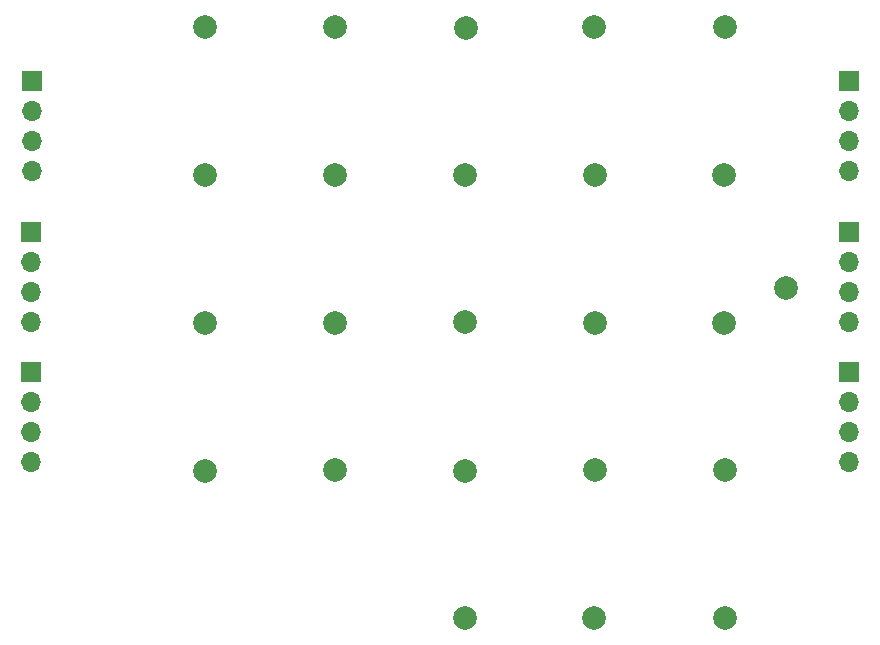
<source format=gbr>
%TF.GenerationSoftware,KiCad,Pcbnew,(5.1.10)-1*%
%TF.CreationDate,2022-01-16T13:18:33-05:00*%
%TF.ProjectId,top,746f702e-6b69-4636-9164-5f7063625858,rev?*%
%TF.SameCoordinates,Original*%
%TF.FileFunction,Soldermask,Bot*%
%TF.FilePolarity,Negative*%
%FSLAX46Y46*%
G04 Gerber Fmt 4.6, Leading zero omitted, Abs format (unit mm)*
G04 Created by KiCad (PCBNEW (5.1.10)-1) date 2022-01-16 13:18:33*
%MOMM*%
%LPD*%
G01*
G04 APERTURE LIST*
%ADD10C,2.000000*%
%ADD11R,1.700000X1.700000*%
%ADD12O,1.700000X1.700000*%
G04 APERTURE END LIST*
D10*
%TO.C,J28*%
X151013940Y-86281600D03*
%TD*%
%TO.C,J25*%
X139990340Y-73759400D03*
%TD*%
%TO.C,J24*%
X129017540Y-86256200D03*
%TD*%
%TO.C,J23*%
X128992140Y-98778400D03*
%TD*%
%TO.C,J22*%
X139990340Y-111275200D03*
%TD*%
%TO.C,J21*%
X151013940Y-123746600D03*
%TD*%
%TO.C,J20*%
X161986740Y-123772000D03*
%TD*%
%TO.C,J19*%
X173010340Y-123772000D03*
%TD*%
%TO.C,J17*%
X173010340Y-73759400D03*
%TD*%
%TO.C,J16*%
X161986740Y-73734000D03*
%TD*%
%TO.C,J15*%
X128988000Y-111300600D03*
%TD*%
%TO.C,J14*%
X140015740Y-86256200D03*
%TD*%
%TO.C,J13*%
X162007060Y-86281600D03*
%TD*%
%TO.C,J12*%
X172984940Y-86281600D03*
%TD*%
%TO.C,J11*%
X139990340Y-98778400D03*
%TD*%
%TO.C,J10*%
X151013940Y-98727600D03*
%TD*%
%TO.C,J9*%
X162012140Y-98778400D03*
%TD*%
%TO.C,J8*%
X172984940Y-98791100D03*
%TD*%
%TO.C,J7*%
X151140940Y-73835600D03*
%TD*%
%TO.C,J6*%
X173010340Y-111249800D03*
%TD*%
%TO.C,J5*%
X162012140Y-111275200D03*
%TD*%
%TO.C,J4*%
X151012400Y-111300600D03*
%TD*%
D11*
%TO.C,J33*%
X114285540Y-102994800D03*
D12*
X114285540Y-105534800D03*
X114285540Y-108074800D03*
X114285540Y-110614800D03*
%TD*%
%TO.C,J32*%
X114336340Y-85900600D03*
X114336340Y-83360600D03*
X114336340Y-80820600D03*
D11*
X114336340Y-78280600D03*
%TD*%
%TO.C,J30*%
X183551340Y-78331400D03*
D12*
X183551340Y-80871400D03*
X183551340Y-83411400D03*
X183551340Y-85951400D03*
%TD*%
D11*
%TO.C,J29*%
X114310940Y-91107600D03*
D12*
X114310940Y-93647600D03*
X114310940Y-96187600D03*
X114310940Y-98727600D03*
%TD*%
%TO.C,J27*%
X183551340Y-98727600D03*
X183551340Y-96187600D03*
X183551340Y-93647600D03*
D11*
X183551340Y-91107600D03*
%TD*%
%TO.C,J26*%
X183551340Y-102969400D03*
D12*
X183551340Y-105509400D03*
X183551340Y-108049400D03*
X183551340Y-110589400D03*
%TD*%
D10*
%TO.C,J18*%
X129042940Y-73759400D03*
%TD*%
%TO.C,J31*%
X178217340Y-95806600D03*
%TD*%
M02*

</source>
